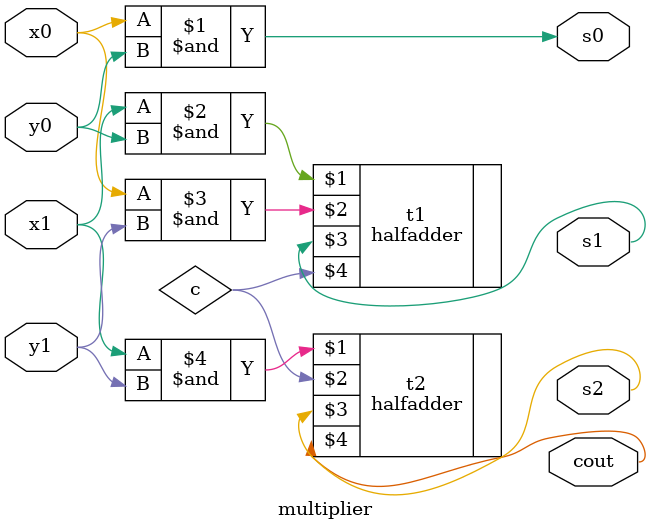
<source format=v>
module multiplier(x0,x1,y0,y1,s0,s1,s2,cout);
input x0,x1,y0,y1;
output s0,s1,s2,cout;
assign s0=x0&y0;
halfadder t1(x1&y0,x0&y1,s1,c);
halfadder t2(x1&y1,c,s2,cout);
endmodule






</source>
